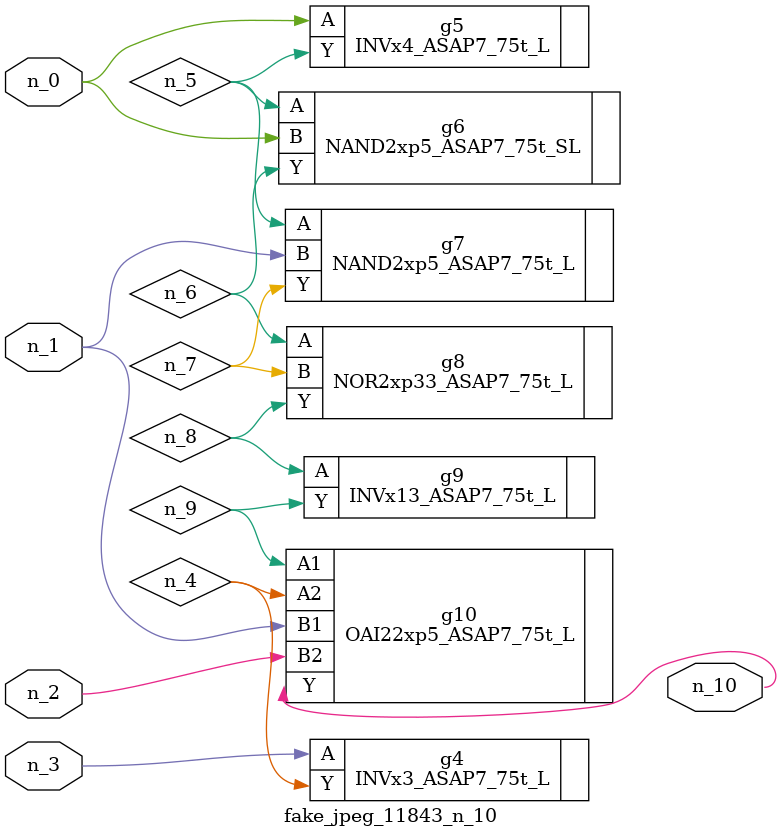
<source format=v>
module fake_jpeg_11843_n_10 (n_0, n_3, n_2, n_1, n_10);

input n_0;
input n_3;
input n_2;
input n_1;

output n_10;

wire n_4;
wire n_8;
wire n_9;
wire n_6;
wire n_5;
wire n_7;

INVx3_ASAP7_75t_L g4 ( 
.A(n_3),
.Y(n_4)
);

INVx4_ASAP7_75t_L g5 ( 
.A(n_0),
.Y(n_5)
);

NAND2xp5_ASAP7_75t_SL g6 ( 
.A(n_5),
.B(n_0),
.Y(n_6)
);

NOR2xp33_ASAP7_75t_L g8 ( 
.A(n_6),
.B(n_7),
.Y(n_8)
);

NAND2xp5_ASAP7_75t_L g7 ( 
.A(n_5),
.B(n_1),
.Y(n_7)
);

INVx13_ASAP7_75t_L g9 ( 
.A(n_8),
.Y(n_9)
);

OAI22xp5_ASAP7_75t_L g10 ( 
.A1(n_9),
.A2(n_4),
.B1(n_1),
.B2(n_2),
.Y(n_10)
);


endmodule
</source>
